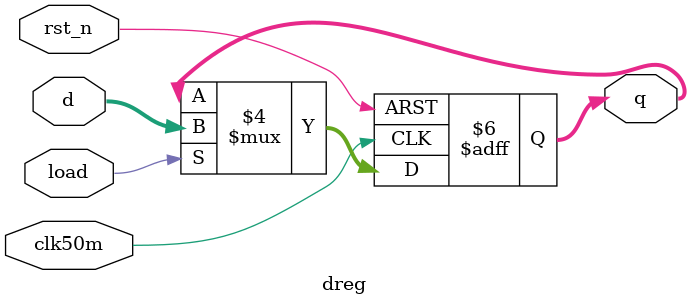
<source format=sv>
/*
*****************************************************************************************
project name:       dreg
auth:               Jakob Tschavoll
date:               03.11.21
brief:              system verilog implementation of a D-FF
version:            V1.0
*****************************************************************************************
*/

module dreg
#(
    parameter W  = 16
)
(
    input logic rst_n,          // reset
    input logic clk50m,         // clock
    input logic load,           // enable
    input logic [W-1:0] d,      // register input

    output logic [W-1:0] q      // register output
);

logic [W-1:0] q_new;

always_ff @( negedge rst_n or posedge clk50m ) begin

    if(!rst_n) begin
        q <= '0;        // reset: set value to 0
    end
    else if(load) begin
        q <= d;         // load: store input
    end
    else begin
        q <= q;         // any other case: state is kept
    end
end

endmodule
</source>
